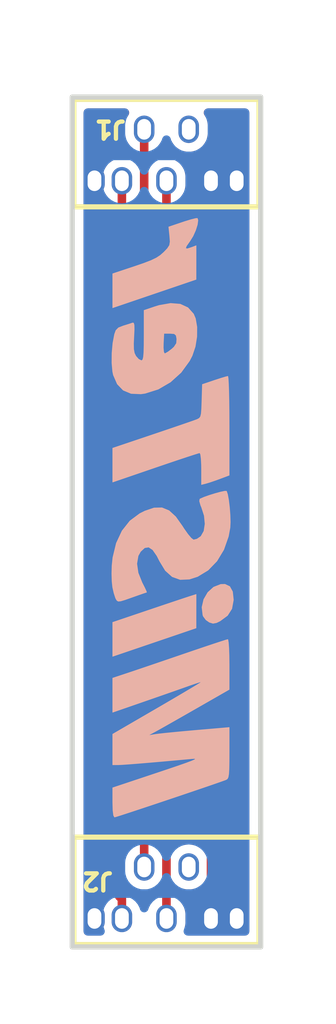
<source format=kicad_pcb>
(kicad_pcb (version 20171130) (host pcbnew "(5.0.0)")

  (general
    (thickness 1.6)
    (drawings 4)
    (tracks 25)
    (zones 0)
    (modules 3)
    (nets 5)
  )

  (page A4)
  (layers
    (0 F.Cu signal)
    (31 B.Cu signal)
    (32 B.Adhes user)
    (33 F.Adhes user)
    (34 B.Paste user)
    (35 F.Paste user)
    (36 B.SilkS user)
    (37 F.SilkS user)
    (38 B.Mask user)
    (39 F.Mask user)
    (40 Dwgs.User user)
    (41 Cmts.User user)
    (42 Eco1.User user)
    (43 Eco2.User user)
    (44 Edge.Cuts user)
    (45 Margin user)
    (46 B.CrtYd user)
    (47 F.CrtYd user)
    (48 B.Fab user)
    (49 F.Fab user)
  )

  (setup
    (last_trace_width 0.25)
    (trace_clearance 0.2)
    (zone_clearance 0.254)
    (zone_45_only no)
    (trace_min 0.2)
    (segment_width 0.2)
    (edge_width 0.15)
    (via_size 0.8)
    (via_drill 0.4)
    (via_min_size 0.4)
    (via_min_drill 0.3)
    (uvia_size 0.3)
    (uvia_drill 0.1)
    (uvias_allowed no)
    (uvia_min_size 0.2)
    (uvia_min_drill 0.1)
    (pcb_text_width 0.3)
    (pcb_text_size 1.5 1.5)
    (mod_edge_width 0.15)
    (mod_text_size 1 1)
    (mod_text_width 0.15)
    (pad_size 1.524 1.524)
    (pad_drill 0.762)
    (pad_to_mask_clearance 0.2)
    (aux_axis_origin 0 0)
    (visible_elements 7FFFFFFF)
    (pcbplotparams
      (layerselection 0x010fc_ffffffff)
      (usegerberextensions false)
      (usegerberattributes true)
      (usegerberadvancedattributes false)
      (creategerberjobfile false)
      (excludeedgelayer false)
      (linewidth 0.100000)
      (plotframeref false)
      (viasonmask false)
      (mode 1)
      (useauxorigin false)
      (hpglpennumber 1)
      (hpglpenspeed 20)
      (hpglpendiameter 15.000000)
      (psnegative false)
      (psa4output false)
      (plotreference true)
      (plotvalue true)
      (plotinvisibletext false)
      (padsonsilk true)
      (subtractmaskfromsilk false)
      (outputformat 1)
      (mirror false)
      (drillshape 0)
      (scaleselection 1)
      (outputdirectory "../GERBER/USB_HUB_DE10_Connector"))
  )

  (net 0 "")
  (net 1 "Net-(J1-Pad1)")
  (net 2 "Net-(J1-Pad2)")
  (net 3 "Net-(J1-Pad3)")
  (net 4 "Net-(J1-Pad5)")

  (net_class Default "Dies ist die voreingestellte Netzklasse."
    (clearance 0.2)
    (trace_width 0.25)
    (via_dia 0.8)
    (via_drill 0.4)
    (uvia_dia 0.3)
    (uvia_drill 0.1)
    (add_net "Net-(J1-Pad1)")
    (add_net "Net-(J1-Pad2)")
    (add_net "Net-(J1-Pad3)")
    (add_net "Net-(J1-Pad5)")
  )

  (module Footprints:USB_MicroB_Male_TH (layer F.Cu) (tedit 5BA4BD48) (tstamp 5B64172C)
    (at 100 120)
    (path /5B505901)
    (fp_text reference J2 (at -2.01 -0.15 180 unlocked) (layer F.SilkS)
      (effects (font (size 0.5 0.5) (thickness 0.125)))
    )
    (fp_text value USB_B_Micro (at 0.076 3.19) (layer F.Fab)
      (effects (font (size 1 1) (thickness 0.15)))
    )
    (fp_line (start -2.7 1.7) (end -2.7 -1.43) (layer F.CrtYd) (width 0.15))
    (fp_line (start 2.7 1.7) (end -2.7 1.7) (layer F.CrtYd) (width 0.15))
    (fp_line (start 2.7 -1.43) (end 2.7 1.7) (layer F.CrtYd) (width 0.15))
    (fp_line (start -2.7 -1.43) (end 2.7 -1.43) (layer F.CrtYd) (width 0.15))
    (fp_line (start 2.7 -1.43) (end 2.7 1.7) (layer F.SilkS) (width 0.15))
    (fp_line (start -2.7 1.7) (end -2.7 -1.43) (layer F.SilkS) (width 0.15))
    (fp_line (start -2.7 1.7) (end 2.7 1.7) (layer F.SilkS) (width 0.15))
    (fp_line (start -2.7 -1.43) (end 2.7 -1.43) (layer F.SilkS) (width 0.15))
    (pad 6 thru_hole oval (at -2.1 0.94) (size 0.6 0.8) (drill oval 0.4 0.6) (layers *.Cu *.Mask)
      (net 4 "Net-(J1-Pad5)"))
    (pad 5 thru_hole oval (at 1.3 0.94) (size 0.6 0.8) (drill oval 0.4 0.6) (layers *.Cu *.Mask)
      (net 4 "Net-(J1-Pad5)"))
    (pad 4 thru_hole oval (at 0.65 -0.56) (size 0.6 0.8) (drill oval 0.4 0.6) (layers *.Cu *.Mask))
    (pad 3 thru_hole oval (at 0 0.94) (size 0.6 0.8) (drill oval 0.4 0.6) (layers *.Cu *.Mask)
      (net 3 "Net-(J1-Pad3)"))
    (pad 2 thru_hole oval (at -0.65 -0.56) (size 0.6 0.8) (drill oval 0.4 0.6) (layers *.Cu *.Mask)
      (net 2 "Net-(J1-Pad2)"))
    (pad 1 thru_hole oval (at -1.3 0.94) (size 0.6 0.8) (drill oval 0.4 0.6) (layers *.Cu *.Mask)
      (net 1 "Net-(J1-Pad1)"))
    (pad 6 thru_hole oval (at 2.05 0.94) (size 0.6 0.8) (drill oval 0.4 0.6) (layers *.Cu *.Mask)
      (net 4 "Net-(J1-Pad5)"))
  )

  (module Footprints:USB_MicroB_Male_TH (layer F.Cu) (tedit 5BA4BD40) (tstamp 5B50661D)
    (at 100 98.5)
    (path /5B505772)
    (fp_text reference J1 (at -1.64 -0.56 180 unlocked) (layer F.SilkS)
      (effects (font (size 0.5 0.5) (thickness 0.125)))
    )
    (fp_text value USB_B_Micro (at 0.03 -3.48) (layer F.Fab)
      (effects (font (size 1 1) (thickness 0.15)))
    )
    (fp_line (start -2.7 1.7) (end -2.7 -1.43) (layer F.CrtYd) (width 0.15))
    (fp_line (start 2.7 1.7) (end -2.7 1.7) (layer F.CrtYd) (width 0.15))
    (fp_line (start 2.7 -1.43) (end 2.7 1.7) (layer F.CrtYd) (width 0.15))
    (fp_line (start -2.7 -1.43) (end 2.7 -1.43) (layer F.CrtYd) (width 0.15))
    (fp_line (start 2.7 -1.43) (end 2.7 1.7) (layer F.SilkS) (width 0.15))
    (fp_line (start -2.7 1.7) (end -2.7 -1.43) (layer F.SilkS) (width 0.15))
    (fp_line (start -2.7 1.7) (end 2.7 1.7) (layer F.SilkS) (width 0.15))
    (fp_line (start -2.7 -1.43) (end 2.7 -1.43) (layer F.SilkS) (width 0.15))
    (pad 6 thru_hole oval (at -2.1 0.94) (size 0.6 0.8) (drill oval 0.4 0.6) (layers *.Cu *.Mask)
      (net 4 "Net-(J1-Pad5)"))
    (pad 5 thru_hole oval (at 1.3 0.94) (size 0.6 0.8) (drill oval 0.4 0.6) (layers *.Cu *.Mask)
      (net 4 "Net-(J1-Pad5)"))
    (pad 4 thru_hole oval (at 0.65 -0.56) (size 0.6 0.8) (drill oval 0.4 0.6) (layers *.Cu *.Mask))
    (pad 3 thru_hole oval (at 0 0.94) (size 0.6 0.8) (drill oval 0.4 0.6) (layers *.Cu *.Mask)
      (net 3 "Net-(J1-Pad3)"))
    (pad 2 thru_hole oval (at -0.65 -0.56) (size 0.6 0.8) (drill oval 0.4 0.6) (layers *.Cu *.Mask)
      (net 2 "Net-(J1-Pad2)"))
    (pad 1 thru_hole oval (at -1.3 0.94) (size 0.6 0.8) (drill oval 0.4 0.6) (layers *.Cu *.Mask)
      (net 1 "Net-(J1-Pad1)"))
    (pad 6 thru_hole oval (at 2.05 0.94) (size 0.6 0.8) (drill oval 0.4 0.6) (layers *.Cu *.Mask)
      (net 4 "Net-(J1-Pad5)"))
  )

  (module Footprints:LOGO (layer B.Cu) (tedit 0) (tstamp 5B54FE36)
    (at 100.36 109.2 90)
    (fp_text reference G*** (at 0 2.492 90) (layer B.SilkS) hide
      (effects (font (size 1.524 1.524) (thickness 0.3)) (justify mirror))
    )
    (fp_text value LOGO (at 0.026 -3.35 90) (layer B.SilkS) hide
      (effects (font (size 1.524 1.524) (thickness 0.3)) (justify mirror))
    )
    (fp_poly (pts (xy -2.213471 1.571259) (xy -2.063628 1.488379) (xy -1.997118 1.349125) (xy -2.000012 1.224561)
      (xy -2.081434 1.015602) (xy -2.236604 0.845057) (xy -2.440757 0.72649) (xy -2.669127 0.673466)
      (xy -2.896947 0.699549) (xy -2.934113 0.712936) (xy -3.040889 0.792982) (xy -3.109642 0.892507)
      (xy -3.141724 0.998135) (xy -3.122661 1.101931) (xy -3.071129 1.207376) (xy -2.911925 1.423572)
      (xy -2.713803 1.550143) (xy -2.462305 1.596073) (xy -2.445088 1.596463) (xy -2.213471 1.571259)) (layer B.SilkS) (width 0.01))
    (fp_poly (pts (xy 8.667302 0.544431) (xy 8.663294 0.488547) (xy 8.631462 0.360677) (xy 8.578022 0.18456)
      (xy 8.55408 0.112105) (xy 8.416401 -0.295766) (xy 8.146225 -0.267882) (xy 7.985953 -0.256132)
      (xy 7.880538 -0.273089) (xy 7.786724 -0.334476) (xy 7.679651 -0.437498) (xy 7.590047 -0.538433)
      (xy 7.51341 -0.655114) (xy 7.439531 -0.808506) (xy 7.358198 -1.019576) (xy 7.268019 -1.2827)
      (xy 7.052785 -1.9304) (xy 6.055331 -1.9304) (xy 6.469365 -0.711795) (xy 6.8834 0.506809)
      (xy 7.377442 0.507405) (xy 7.871485 0.508) (xy 7.821942 0.377693) (xy 7.781248 0.251838)
      (xy 7.789983 0.20177) (xy 7.856645 0.224986) (xy 7.989733 0.31898) (xy 7.998484 0.325646)
      (xy 8.145764 0.417326) (xy 8.316115 0.493614) (xy 8.480372 0.54497) (xy 8.609376 0.561854)
      (xy 8.667302 0.544431)) (layer B.SilkS) (width 0.01))
    (fp_poly (pts (xy 2.991072 1.471822) (xy 3.326961 1.467927) (xy 3.614762 1.461877) (xy 3.84172 1.454033)
      (xy 3.995078 1.444756) (xy 4.062082 1.434408) (xy 4.064 1.432296) (xy 4.048778 1.367163)
      (xy 4.008652 1.233528) (xy 3.951931 1.058908) (xy 3.945108 1.038596) (xy 3.826217 0.6858)
      (xy 3.340936 0.671326) (xy 3.115883 0.663409) (xy 2.971237 0.651916) (xy 2.885833 0.630872)
      (xy 2.838507 0.594301) (xy 2.808094 0.536229) (xy 2.801156 0.518926) (xy 2.76989 0.432782)
      (xy 2.711624 0.26564) (xy 2.631618 0.032843) (xy 2.535129 -0.250263) (xy 2.427417 -0.568334)
      (xy 2.357865 -0.7747) (xy 1.969073 -1.9304) (xy 0.974661 -1.9304) (xy 1.40173 -0.682383)
      (xy 1.516789 -0.34439) (xy 1.620112 -0.037502) (xy 1.707328 0.225026) (xy 1.774066 0.429934)
      (xy 1.815956 0.563967) (xy 1.8288 0.613017) (xy 1.781767 0.63377) (xy 1.655687 0.649904)
      (xy 1.473087 0.659113) (xy 1.366092 0.6604) (xy 0.903385 0.6604) (xy 0.93578 0.78947)
      (xy 0.971721 0.909276) (xy 1.029292 1.07857) (xy 1.071937 1.19587) (xy 1.175699 1.4732)
      (xy 2.619849 1.4732) (xy 2.991072 1.471822)) (layer B.SilkS) (width 0.01))
    (fp_poly (pts (xy -2.352726 0.316967) (xy -2.386947 0.211846) (xy -2.447868 0.028095) (xy -2.529606 -0.216681)
      (xy -2.626278 -0.504879) (xy -2.732001 -0.818895) (xy -2.760123 -0.902233) (xy -3.107246 -1.9304)
      (xy -4.104669 -1.9304) (xy -3.690635 -0.711795) (xy -3.2766 0.506809) (xy -2.784526 0.507405)
      (xy -2.292451 0.508) (xy -2.352726 0.316967)) (layer B.SilkS) (width 0.01))
    (fp_poly (pts (xy -6.254482 0.4953) (xy -6.282823 0.175861) (xy -6.31074 -0.122051) (xy -6.336244 -0.378438)
      (xy -6.357347 -0.573305) (xy -6.37192 -0.6858) (xy -6.405057 -0.889) (xy -6.295592 -0.6858)
      (xy -6.238062 -0.581718) (xy -6.139178 -0.405741) (xy -6.008134 -0.174107) (xy -5.854125 0.096948)
      (xy -5.686343 0.391185) (xy -5.626833 0.4953) (xy -5.06754 1.473201) (xy -4.33717 1.473201)
      (xy -4.077919 1.47035) (xy -3.859179 1.46251) (xy -3.698883 1.450752) (xy -3.614966 1.436143)
      (xy -3.6068 1.429647) (xy -3.622646 1.371614) (xy -3.66726 1.230797) (xy -3.736255 1.020453)
      (xy -3.825245 0.753836) (xy -3.929846 0.444202) (xy -4.031227 0.146947) (xy -4.155412 -0.216206)
      (xy -4.276836 -0.572353) (xy -4.389029 -0.902439) (xy -4.48552 -1.187405) (xy -4.559841 -1.408195)
      (xy -4.594199 -1.5113) (xy -4.732744 -1.9304) (xy -5.734168 -1.9304) (xy -5.404323 -0.9779)
      (xy -5.293237 -0.657776) (xy -5.184468 -0.345517) (xy -5.085795 -0.063369) (xy -5.004998 0.16642)
      (xy -4.951331 0.3175) (xy -4.893613 0.484448) (xy -4.8557 0.606455) (xy -4.84491 0.659751)
      (xy -4.84576 0.6604) (xy -4.874679 0.618212) (xy -4.94794 0.498884) (xy -5.059097 0.313271)
      (xy -5.201704 0.072231) (xy -5.369316 -0.213382) (xy -5.555488 -0.532711) (xy -5.614887 -0.635)
      (xy -6.366438 -1.9304) (xy -7.2644 -1.9304) (xy -7.263773 -1.7653) (xy -7.258794 -1.654263)
      (xy -7.245005 -1.454269) (xy -7.223412 -1.177485) (xy -7.195024 -0.836078) (xy -7.160846 -0.442214)
      (xy -7.121887 -0.008062) (xy -7.086647 0.374109) (xy -7.081916 0.454754) (xy -7.088852 0.486205)
      (xy -7.110351 0.46137) (xy -7.149307 0.373153) (xy -7.208615 0.214463) (xy -7.291171 -0.021795)
      (xy -7.39987 -0.342714) (xy -7.493321 -0.6223) (xy -7.929078 -1.9304) (xy -8.358739 -1.9304)
      (xy -8.590915 -1.924059) (xy -8.736511 -1.905651) (xy -8.788367 -1.876096) (xy -8.7884 -1.875197)
      (xy -8.772784 -1.818854) (xy -8.729013 -1.680111) (xy -8.661704 -1.472734) (xy -8.575473 -1.210493)
      (xy -8.474938 -0.907155) (xy -8.364714 -0.57649) (xy -8.24942 -0.232264) (xy -8.13367 0.111753)
      (xy -8.022083 0.441793) (xy -7.919274 0.744088) (xy -7.829861 1.004869) (xy -7.75846 1.210369)
      (xy -7.709688 1.346818) (xy -7.695448 1.384301) (xy -7.671696 1.419162) (xy -7.622431 1.443612)
      (xy -7.531899 1.459443) (xy -7.384346 1.468451) (xy -7.164016 1.472431) (xy -6.915055 1.473201)
      (xy -6.17018 1.473201) (xy -6.254482 0.4953)) (layer B.SilkS) (width 0.01))
    (fp_poly (pts (xy 5.745721 0.489273) (xy 5.879279 0.432798) (xy 6.063205 0.268094) (xy 6.166758 0.043471)
      (xy 6.189389 -0.238135) (xy 6.13055 -0.573788) (xy 6.091336 -0.701336) (xy 5.985072 -1.016)
      (xy 5.253136 -1.016) (xy 4.960964 -1.017517) (xy 4.756123 -1.023042) (xy 4.624375 -1.034034)
      (xy 4.551482 -1.051953) (xy 4.523207 -1.078258) (xy 4.5212 -1.091028) (xy 4.560236 -1.170279)
      (xy 4.650036 -1.250474) (xy 4.737054 -1.292856) (xy 4.851319 -1.314188) (xy 5.018955 -1.317137)
      (xy 5.212195 -1.307858) (xy 5.427449 -1.29752) (xy 5.556854 -1.300295) (xy 5.615486 -1.317604)
      (xy 5.620381 -1.346324) (xy 5.59066 -1.433981) (xy 5.547109 -1.572946) (xy 5.532714 -1.620537)
      (xy 5.477329 -1.761395) (xy 5.399549 -1.837039) (xy 5.287791 -1.877431) (xy 5.030819 -1.926224)
      (xy 4.737804 -1.95237) (xy 4.446985 -1.954785) (xy 4.196602 -1.932387) (xy 4.097151 -1.91116)
      (xy 3.833927 -1.796128) (xy 3.653774 -1.622791) (xy 3.557264 -1.392145) (xy 3.544969 -1.105185)
      (xy 3.562637 -0.980831) (xy 3.683586 -0.597283) (xy 3.791239 -0.412832) (xy 4.7244 -0.412832)
      (xy 4.770706 -0.43779) (xy 4.892775 -0.449127) (xy 5.0165 -0.447035) (xy 5.3086 -0.4318)
      (xy 5.3086 -0.254) (xy 5.29903 -0.133128) (xy 5.251892 -0.079631) (xy 5.150297 -0.060788)
      (xy 5.023911 -0.069797) (xy 4.917339 -0.139828) (xy 4.858197 -0.204386) (xy 4.77373 -0.315938)
      (xy 4.727415 -0.398821) (xy 4.7244 -0.412832) (xy 3.791239 -0.412832) (xy 3.89127 -0.241441)
      (xy 4.171289 0.068681) (xy 4.509241 0.315072) (xy 4.661529 0.393637) (xy 4.925304 0.482667)
      (xy 5.214868 0.528957) (xy 5.49881 0.531495) (xy 5.745721 0.489273)) (layer B.SilkS) (width 0.01))
    (fp_poly (pts (xy 0.019652 1.500026) (xy 0.244308 1.482542) (xy 0.455746 1.456801) (xy 0.623867 1.425745)
      (xy 0.715328 1.394449) (xy 0.716341 1.340906) (xy 0.690989 1.220016) (xy 0.647584 1.059932)
      (xy 0.59444 0.888804) (xy 0.539866 0.734786) (xy 0.492177 0.626029) (xy 0.484514 0.612699)
      (xy 0.423668 0.60238) (xy 0.302091 0.636389) (xy 0.240154 0.662282) (xy -0.001094 0.740338)
      (xy -0.239749 0.763123) (xy -0.448292 0.731378) (xy -0.599206 0.645842) (xy -0.605343 0.639532)
      (xy -0.680361 0.529585) (xy -0.703638 0.432013) (xy -0.703098 0.428815) (xy -0.654113 0.36368)
      (xy -0.538197 0.265552) (xy -0.3767 0.151732) (xy -0.3048 0.106102) (xy -0.029851 -0.089207)
      (xy 0.148064 -0.283912) (xy 0.232644 -0.490628) (xy 0.22759 -0.721972) (xy 0.136602 -0.990561)
      (xy 0.061003 -1.140997) (xy -0.15152 -1.42722) (xy -0.44216 -1.656972) (xy -0.801388 -1.825172)
      (xy -1.219675 -1.926738) (xy -1.458865 -1.951622) (xy -1.688129 -1.957778) (xy -1.913048 -1.951179)
      (xy -2.085869 -1.933261) (xy -2.089319 -1.932642) (xy -2.255156 -1.894742) (xy -2.392836 -1.850362)
      (xy -2.427425 -1.834674) (xy -2.475712 -1.804552) (xy -2.497774 -1.764972) (xy -2.491578 -1.694617)
      (xy -2.455093 -1.572168) (xy -2.386286 -1.37631) (xy -2.382806 -1.366573) (xy -2.316322 -1.178736)
      (xy -2.265383 -1.031355) (xy -2.237876 -0.947392) (xy -2.2352 -0.936708) (xy -2.194442 -0.949469)
      (xy -2.087985 -0.999377) (xy -1.950642 -1.069513) (xy -1.666203 -1.183629) (xy -1.401277 -1.22187)
      (xy -1.172871 -1.183401) (xy -1.048251 -1.113912) (xy -0.937709 -0.994404) (xy -0.919926 -0.878603)
      (xy -0.997144 -0.762054) (xy -1.171603 -0.6403) (xy -1.325961 -0.561931) (xy -1.60164 -0.394524)
      (xy -1.781481 -0.193444) (xy -1.865614 0.041636) (xy -1.854173 0.311043) (xy -1.77663 0.550728)
      (xy -1.591646 0.855878) (xy -1.325995 1.113542) (xy -0.992966 1.314897) (xy -0.605846 1.451124)
      (xy -0.348937 1.498458) (xy -0.188129 1.506311) (xy 0.019652 1.500026)) (layer B.SilkS) (width 0.01))
  )

  (gr_line (start 97.25 121.77) (end 102.75 121.77) (layer Edge.Cuts) (width 0.15))
  (gr_line (start 97.25 97) (end 102.75 97) (layer Edge.Cuts) (width 0.15))
  (gr_line (start 97.25 97) (end 97.25 121.77) (layer Edge.Cuts) (width 0.15))
  (gr_line (start 102.75 97) (end 102.75 121.77) (layer Edge.Cuts) (width 0.15))

  (segment (start 98.7 101.505685) (end 98.7 100.94) (width 0.25) (layer F.Cu) (net 1))
  (segment (start 98.624999 101.580686) (end 98.7 101.505685) (width 0.25) (layer F.Cu) (net 1))
  (segment (start 98.624999 120.299314) (end 98.624999 101.580686) (width 0.25) (layer F.Cu) (net 1))
  (segment (start 98.7 120.374315) (end 98.624999 120.299314) (width 0.25) (layer F.Cu) (net 1))
  (segment (start 98.7 120.94) (end 98.7 120.374315) (width 0.25) (layer F.Cu) (net 1))
  (segment (start 98.7 100.94) (end 98.7 99.44) (width 0.25) (layer F.Cu) (net 1))
  (segment (start 99.35 99.44) (end 99.35 97.94) (width 0.25) (layer F.Cu) (net 2))
  (segment (start 99.35 119.44) (end 99.35 99.44) (width 0.25) (layer F.Cu) (net 2))
  (segment (start 100 100.94) (end 100 99.44) (width 0.25) (layer F.Cu) (net 3))
  (segment (start 100 120.94) (end 100 100.94) (width 0.25) (layer F.Cu) (net 3))
  (segment (start 101.3 120.94) (end 101.3 120.75) (width 0.25) (layer F.Cu) (net 4))
  (segment (start 101.3 120.94) (end 102.05 120.94) (width 0.25) (layer B.Cu) (net 4))
  (segment (start 101.3 100.94) (end 101.3 120.94) (width 0.25) (layer F.Cu) (net 4))
  (segment (start 101.3 120.84) (end 101.3 120.94) (width 0.25) (layer B.Cu) (net 4))
  (segment (start 100.67499 120.21499) (end 101.3 120.84) (width 0.25) (layer B.Cu) (net 4))
  (segment (start 97.97501 120.21499) (end 100.67499 120.21499) (width 0.25) (layer B.Cu) (net 4))
  (segment (start 97.9 120.29) (end 97.97501 120.21499) (width 0.25) (layer B.Cu) (net 4))
  (segment (start 97.9 120.94) (end 97.9 120.29) (width 0.25) (layer B.Cu) (net 4))
  (segment (start 101.3 100.94) (end 101.3 99.44) (width 0.25) (layer F.Cu) (net 4))
  (segment (start 102.05 99.44) (end 101.3 99.44) (width 0.25) (layer B.Cu) (net 4))
  (segment (start 97.9 98.79) (end 97.9 99.44) (width 0.25) (layer B.Cu) (net 4))
  (segment (start 97.97501 98.71499) (end 97.9 98.79) (width 0.25) (layer B.Cu) (net 4))
  (segment (start 100.67499 98.71499) (end 97.97501 98.71499) (width 0.25) (layer B.Cu) (net 4))
  (segment (start 101.3 99.34) (end 100.67499 98.71499) (width 0.25) (layer B.Cu) (net 4))
  (segment (start 101.3 99.44) (end 101.3 99.34) (width 0.25) (layer B.Cu) (net 4))

  (zone (net 4) (net_name "Net-(J1-Pad5)") (layer B.Cu) (tstamp 0) (hatch edge 0.508)
    (connect_pads yes (clearance 0.254))
    (min_thickness 0.254)
    (fill yes (arc_segments 32) (thermal_gap 0.508) (thermal_bridge_width 0.508))
    (polygon
      (pts
        (xy 97.33 97.08) (xy 102.67 97.08) (xy 102.67 121.69) (xy 97.33 121.69)
      )
    )
    (filled_polygon
      (pts
        (xy 98.78103 97.459827) (xy 98.717794 97.578133) (xy 98.678854 97.706502) (xy 98.669 97.806548) (xy 98.669 98.073453)
        (xy 98.678854 98.173499) (xy 98.717794 98.301868) (xy 98.78103 98.420174) (xy 98.866131 98.52387) (xy 98.969827 98.60897)
        (xy 99.088133 98.672206) (xy 99.216502 98.711146) (xy 99.35 98.724295) (xy 99.483499 98.711146) (xy 99.611868 98.672206)
        (xy 99.730174 98.60897) (xy 99.83387 98.52387) (xy 99.91897 98.420174) (xy 99.982206 98.301867) (xy 100 98.243208)
        (xy 100.017794 98.301868) (xy 100.08103 98.420174) (xy 100.166131 98.52387) (xy 100.269827 98.60897) (xy 100.388133 98.672206)
        (xy 100.516502 98.711146) (xy 100.65 98.724295) (xy 100.783499 98.711146) (xy 100.911868 98.672206) (xy 101.030174 98.60897)
        (xy 101.13387 98.52387) (xy 101.21897 98.420174) (xy 101.282206 98.301867) (xy 101.321146 98.173498) (xy 101.331 98.073452)
        (xy 101.331 97.806547) (xy 101.321146 97.706501) (xy 101.282206 97.578132) (xy 101.21897 97.459826) (xy 101.21583 97.456)
        (xy 102.294 97.456) (xy 102.294001 121.314) (xy 100.625721 121.314) (xy 100.632206 121.301867) (xy 100.671146 121.173498)
        (xy 100.681 121.073452) (xy 100.681 120.806547) (xy 100.671146 120.706501) (xy 100.632206 120.578132) (xy 100.56897 120.459826)
        (xy 100.483869 120.35613) (xy 100.380173 120.27103) (xy 100.261867 120.207794) (xy 100.133498 120.168854) (xy 100 120.155705)
        (xy 99.866501 120.168854) (xy 99.738132 120.207794) (xy 99.619826 120.27103) (xy 99.51613 120.356131) (xy 99.43103 120.459827)
        (xy 99.367794 120.578133) (xy 99.35 120.636792) (xy 99.332206 120.578132) (xy 99.26897 120.459826) (xy 99.183869 120.35613)
        (xy 99.080173 120.27103) (xy 98.961867 120.207794) (xy 98.833498 120.168854) (xy 98.7 120.155705) (xy 98.566501 120.168854)
        (xy 98.438132 120.207794) (xy 98.319826 120.27103) (xy 98.21613 120.356131) (xy 98.13103 120.459827) (xy 98.067794 120.578133)
        (xy 98.028854 120.706502) (xy 98.019 120.806548) (xy 98.019 121.073453) (xy 98.028854 121.173499) (xy 98.067794 121.301868)
        (xy 98.074279 121.314) (xy 97.706 121.314) (xy 97.706 119.306548) (xy 98.669 119.306548) (xy 98.669 119.573453)
        (xy 98.678854 119.673499) (xy 98.717794 119.801868) (xy 98.78103 119.920174) (xy 98.866131 120.02387) (xy 98.969827 120.10897)
        (xy 99.088133 120.172206) (xy 99.216502 120.211146) (xy 99.35 120.224295) (xy 99.483499 120.211146) (xy 99.611868 120.172206)
        (xy 99.730174 120.10897) (xy 99.83387 120.02387) (xy 99.91897 119.920174) (xy 99.982206 119.801867) (xy 100 119.743208)
        (xy 100.017794 119.801868) (xy 100.08103 119.920174) (xy 100.166131 120.02387) (xy 100.269827 120.10897) (xy 100.388133 120.172206)
        (xy 100.516502 120.211146) (xy 100.65 120.224295) (xy 100.783499 120.211146) (xy 100.911868 120.172206) (xy 101.030174 120.10897)
        (xy 101.13387 120.02387) (xy 101.21897 119.920174) (xy 101.282206 119.801867) (xy 101.321146 119.673498) (xy 101.331 119.573452)
        (xy 101.331 119.306547) (xy 101.321146 119.206501) (xy 101.282206 119.078132) (xy 101.21897 118.959826) (xy 101.133869 118.85613)
        (xy 101.030173 118.77103) (xy 100.911867 118.707794) (xy 100.783498 118.668854) (xy 100.65 118.655705) (xy 100.516501 118.668854)
        (xy 100.388132 118.707794) (xy 100.269826 118.77103) (xy 100.16613 118.856131) (xy 100.08103 118.959827) (xy 100.017794 119.078133)
        (xy 100 119.136792) (xy 99.982206 119.078132) (xy 99.91897 118.959826) (xy 99.833869 118.85613) (xy 99.730173 118.77103)
        (xy 99.611867 118.707794) (xy 99.483498 118.668854) (xy 99.35 118.655705) (xy 99.216501 118.668854) (xy 99.088132 118.707794)
        (xy 98.969826 118.77103) (xy 98.86613 118.856131) (xy 98.78103 118.959827) (xy 98.717794 119.078133) (xy 98.678854 119.206502)
        (xy 98.669 119.306548) (xy 97.706 119.306548) (xy 97.706 99.306548) (xy 98.019 99.306548) (xy 98.019 99.573453)
        (xy 98.028854 99.673499) (xy 98.067794 99.801868) (xy 98.13103 99.920174) (xy 98.216131 100.02387) (xy 98.319827 100.10897)
        (xy 98.438133 100.172206) (xy 98.566502 100.211146) (xy 98.7 100.224295) (xy 98.833499 100.211146) (xy 98.961868 100.172206)
        (xy 99.080174 100.10897) (xy 99.18387 100.02387) (xy 99.26897 99.920174) (xy 99.332206 99.801867) (xy 99.35 99.743208)
        (xy 99.367794 99.801868) (xy 99.43103 99.920174) (xy 99.516131 100.02387) (xy 99.619827 100.10897) (xy 99.738133 100.172206)
        (xy 99.866502 100.211146) (xy 100 100.224295) (xy 100.133499 100.211146) (xy 100.261868 100.172206) (xy 100.380174 100.10897)
        (xy 100.48387 100.02387) (xy 100.56897 99.920174) (xy 100.632206 99.801867) (xy 100.671146 99.673498) (xy 100.681 99.573452)
        (xy 100.681 99.306547) (xy 100.671146 99.206501) (xy 100.632206 99.078132) (xy 100.56897 98.959826) (xy 100.483869 98.85613)
        (xy 100.380173 98.77103) (xy 100.261867 98.707794) (xy 100.133498 98.668854) (xy 100 98.655705) (xy 99.866501 98.668854)
        (xy 99.738132 98.707794) (xy 99.619826 98.77103) (xy 99.51613 98.856131) (xy 99.43103 98.959827) (xy 99.367794 99.078133)
        (xy 99.35 99.136792) (xy 99.332206 99.078132) (xy 99.26897 98.959826) (xy 99.183869 98.85613) (xy 99.080173 98.77103)
        (xy 98.961867 98.707794) (xy 98.833498 98.668854) (xy 98.7 98.655705) (xy 98.566501 98.668854) (xy 98.438132 98.707794)
        (xy 98.319826 98.77103) (xy 98.21613 98.856131) (xy 98.13103 98.959827) (xy 98.067794 99.078133) (xy 98.028854 99.206502)
        (xy 98.019 99.306548) (xy 97.706 99.306548) (xy 97.706 97.456) (xy 98.784171 97.456)
      )
    )
  )
  (zone (net 4) (net_name "Net-(J1-Pad5)") (layer F.Cu) (tstamp 0) (hatch edge 0.508)
    (connect_pads yes (clearance 0.254))
    (min_thickness 0.254)
    (fill yes (arc_segments 16) (thermal_gap 0.508) (thermal_bridge_width 0.508))
    (polygon
      (pts
        (xy 97.38 97.15) (xy 102.62 97.15) (xy 102.62 121.62) (xy 97.38 121.62)
      )
    )
    (filled_polygon
      (pts
        (xy 98.708513 97.574288) (xy 98.669 97.772932) (xy 98.669 98.107069) (xy 98.708513 98.305713) (xy 98.844001 98.508483)
        (xy 98.844001 98.674303) (xy 98.7 98.645659) (xy 98.434287 98.698513) (xy 98.209027 98.849028) (xy 98.058513 99.074288)
        (xy 98.019 99.272932) (xy 98.019 99.607069) (xy 98.058513 99.805713) (xy 98.194001 100.008483) (xy 98.194 100.989834)
        (xy 98.194001 100.989838) (xy 98.194 101.314947) (xy 98.148359 101.383255) (xy 98.109086 101.580686) (xy 98.119 101.630525)
        (xy 98.118999 120.24948) (xy 98.109086 120.299314) (xy 98.118999 120.349148) (xy 98.139633 120.452883) (xy 98.058513 120.574288)
        (xy 98.019 120.772932) (xy 98.019 121.107069) (xy 98.058513 121.305713) (xy 98.06405 121.314) (xy 97.706 121.314)
        (xy 97.706 97.456) (xy 98.787551 97.456)
      )
    )
    (filled_polygon
      (pts
        (xy 102.294001 121.314) (xy 100.635949 121.314) (xy 100.641487 121.305712) (xy 100.681 121.107068) (xy 100.681 120.772931)
        (xy 100.641487 120.574287) (xy 100.506 120.371518) (xy 100.506 120.205697) (xy 100.65 120.234341) (xy 100.915713 120.181487)
        (xy 101.140973 120.030973) (xy 101.291487 119.805712) (xy 101.331 119.607068) (xy 101.331 119.272931) (xy 101.291487 119.074287)
        (xy 101.140972 118.849027) (xy 100.915712 118.698513) (xy 100.65 118.645659) (xy 100.506 118.674303) (xy 100.506 100.008483)
        (xy 100.641487 99.805712) (xy 100.681 99.607068) (xy 100.681 99.272931) (xy 100.641487 99.074287) (xy 100.490972 98.849027)
        (xy 100.265712 98.698513) (xy 100 98.645659) (xy 99.856 98.674303) (xy 99.856 98.508483) (xy 99.991487 98.305712)
        (xy 100 98.262915) (xy 100.008513 98.305713) (xy 100.159028 98.530973) (xy 100.384288 98.681487) (xy 100.65 98.734341)
        (xy 100.915713 98.681487) (xy 101.140973 98.530973) (xy 101.291487 98.305712) (xy 101.331 98.107068) (xy 101.331 97.772931)
        (xy 101.291487 97.574287) (xy 101.21245 97.456) (xy 102.294 97.456)
      )
    )
  )
)

</source>
